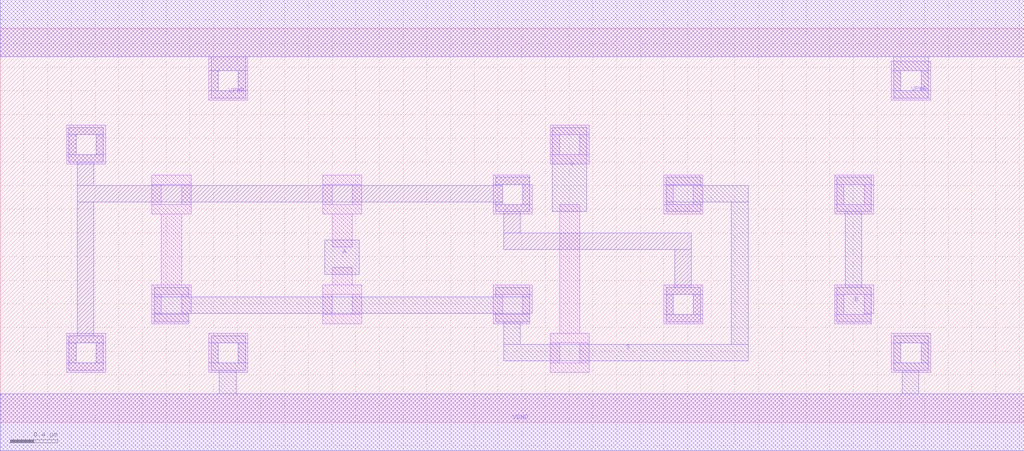
<source format=lef>
VERSION 5.7 ;
  NOWIREEXTENSIONATPIN ON ;
  DIVIDERCHAR "/" ;
  BUSBITCHARS "[]" ;
MACRO MUX2X1
  CLASS CORE ;
  FOREIGN MUX2X1 ;
  ORIGIN 0.000 0.000 ;
  SIZE 8.640 BY 3.330 ;
  SYMMETRY X Y R90 ;
  SITE unit ;
  PIN VPWR
    DIRECTION INOUT ;
    USE POWER ;
    SHAPE ABUTMENT ;
    PORT
      LAYER met1 ;
        RECT 0.000 3.090 8.640 3.570 ;
        RECT 1.780 2.970 2.070 3.090 ;
        RECT 1.780 2.800 1.840 2.970 ;
        RECT 2.010 2.800 2.070 2.970 ;
        RECT 1.780 2.740 2.070 2.800 ;
        RECT 7.540 2.970 7.830 3.090 ;
        RECT 7.540 2.800 7.600 2.970 ;
        RECT 7.770 2.800 7.830 2.970 ;
        RECT 7.540 2.740 7.830 2.800 ;
    END
    PORT
      LAYER li1 ;
        RECT 0.000 3.090 8.640 3.570 ;
        RECT 1.760 2.970 2.090 3.090 ;
        RECT 1.760 2.800 1.840 2.970 ;
        RECT 2.010 2.800 2.090 2.970 ;
        RECT 1.760 2.720 2.090 2.800 ;
    END
  END VPWR
  PIN VGND
    DIRECTION INOUT ;
    USE GROUND ;
    SHAPE ABUTMENT ;
    PORT
      LAYER met1 ;
        RECT 1.780 0.670 2.070 0.730 ;
        RECT 1.780 0.500 1.840 0.670 ;
        RECT 2.010 0.500 2.070 0.670 ;
        RECT 1.780 0.440 2.070 0.500 ;
        RECT 7.540 0.670 7.830 0.730 ;
        RECT 7.540 0.500 7.600 0.670 ;
        RECT 7.770 0.500 7.830 0.670 ;
        RECT 7.540 0.440 7.830 0.500 ;
        RECT 1.850 0.240 1.990 0.440 ;
        RECT 7.610 0.240 7.750 0.440 ;
        RECT 0.000 -0.240 8.640 0.240 ;
    END
    PORT
      LAYER li1 ;
        RECT 0.000 -0.240 8.640 0.240 ;
    END
  END VGND
  PIN Y
    DIRECTION INOUT ;
    USE SIGNAL ;
    SHAPE ABUTMENT ;
    PORT
      LAYER met1 ;
        RECT 4.660 1.780 4.950 2.490 ;
    END
  END Y
  PIN B
    DIRECTION INOUT ;
    USE SIGNAL ;
    SHAPE ABUTMENT ;
    PORT
      LAYER met1 ;
        RECT 7.060 1.780 7.350 2.070 ;
        RECT 7.130 1.140 7.270 1.780 ;
        RECT 7.060 0.850 7.350 1.140 ;
    END
  END B
  PIN S
    DIRECTION INOUT ;
    USE SIGNAL ;
    SHAPE ABUTMENT ;
    PORT
      LAYER met1 ;
        RECT 5.620 2.000 5.910 2.070 ;
        RECT 5.620 1.860 6.310 2.000 ;
        RECT 5.620 1.780 5.910 1.860 ;
        RECT 1.300 1.060 1.590 1.140 ;
        RECT 4.180 1.060 4.470 1.140 ;
        RECT 1.300 0.920 4.470 1.060 ;
        RECT 1.300 0.850 1.590 0.920 ;
        RECT 4.180 0.850 4.470 0.920 ;
        RECT 4.250 0.660 4.390 0.850 ;
        RECT 6.170 0.660 6.310 1.860 ;
        RECT 4.250 0.520 6.310 0.660 ;
    END
  END S
  PIN A
    DIRECTION INOUT ;
    USE SIGNAL ;
    SHAPE ABUTMENT ;
    PORT
      LAYER met1 ;
        RECT 2.740 1.250 3.030 1.540 ;
    END
  END A
  OBS
      LAYER li1 ;
        RECT 7.520 2.970 7.850 3.050 ;
        RECT 7.520 2.800 7.600 2.970 ;
        RECT 7.770 2.800 7.850 2.970 ;
        RECT 7.520 2.720 7.850 2.800 ;
        RECT 0.560 2.430 0.890 2.510 ;
        RECT 0.560 2.260 0.640 2.430 ;
        RECT 0.810 2.260 0.890 2.430 ;
        RECT 0.560 2.180 0.890 2.260 ;
        RECT 4.640 2.430 4.970 2.510 ;
        RECT 4.640 2.260 4.720 2.430 ;
        RECT 4.890 2.260 4.970 2.430 ;
        RECT 4.640 2.180 4.970 2.260 ;
        RECT 1.280 2.010 1.610 2.090 ;
        RECT 1.280 1.840 1.360 2.010 ;
        RECT 1.530 1.840 1.610 2.010 ;
        RECT 1.280 1.760 1.610 1.840 ;
        RECT 2.720 2.010 3.050 2.090 ;
        RECT 2.720 1.840 2.800 2.010 ;
        RECT 2.970 1.840 3.050 2.010 ;
        RECT 2.720 1.760 3.050 1.840 ;
        RECT 4.160 2.010 4.470 2.090 ;
        RECT 5.600 2.010 5.930 2.090 ;
        RECT 4.160 1.840 4.240 2.010 ;
        RECT 4.410 1.840 4.490 2.010 ;
        RECT 5.600 1.840 5.680 2.010 ;
        RECT 5.850 1.840 5.930 2.010 ;
        RECT 4.160 1.760 4.490 1.840 ;
        RECT 1.360 1.160 1.530 1.760 ;
        RECT 2.800 1.480 2.970 1.760 ;
        RECT 2.800 1.160 2.970 1.310 ;
        RECT 1.280 1.080 1.610 1.160 ;
        RECT 1.280 0.910 1.360 1.080 ;
        RECT 1.530 0.920 1.610 1.080 ;
        RECT 2.720 1.080 3.050 1.160 ;
        RECT 1.530 0.910 1.590 0.920 ;
        RECT 1.280 0.830 1.590 0.910 ;
        RECT 2.720 0.910 2.800 1.080 ;
        RECT 2.970 0.910 3.050 1.080 ;
        RECT 2.720 0.830 3.050 0.910 ;
        RECT 4.160 1.080 4.490 1.160 ;
        RECT 4.160 0.910 4.240 1.080 ;
        RECT 4.410 0.920 4.490 1.080 ;
        RECT 4.410 0.910 4.470 0.920 ;
        RECT 4.160 0.830 4.470 0.910 ;
        RECT 4.720 0.750 4.890 1.840 ;
        RECT 5.600 1.760 5.930 1.840 ;
        RECT 7.040 2.010 7.370 2.090 ;
        RECT 7.040 1.840 7.120 2.010 ;
        RECT 7.290 1.840 7.370 2.010 ;
        RECT 7.040 1.760 7.370 1.840 ;
        RECT 5.600 1.080 5.930 1.160 ;
        RECT 5.600 0.910 5.680 1.080 ;
        RECT 5.850 0.910 5.930 1.080 ;
        RECT 5.600 0.830 5.930 0.910 ;
        RECT 7.040 1.080 7.370 1.160 ;
        RECT 7.040 0.910 7.120 1.080 ;
        RECT 7.290 0.920 7.370 1.080 ;
        RECT 7.290 0.910 7.350 0.920 ;
        RECT 7.040 0.830 7.350 0.910 ;
        RECT 0.560 0.670 0.890 0.750 ;
        RECT 0.560 0.500 0.640 0.670 ;
        RECT 0.810 0.500 0.890 0.670 ;
        RECT 0.560 0.420 0.890 0.500 ;
        RECT 1.760 0.670 2.090 0.750 ;
        RECT 1.760 0.500 1.840 0.670 ;
        RECT 2.010 0.500 2.090 0.670 ;
        RECT 1.760 0.420 2.090 0.500 ;
        RECT 4.640 0.670 4.970 0.750 ;
        RECT 4.640 0.500 4.720 0.670 ;
        RECT 4.890 0.500 4.970 0.670 ;
        RECT 4.640 0.420 4.970 0.500 ;
        RECT 7.520 0.670 7.850 0.750 ;
        RECT 7.520 0.500 7.600 0.670 ;
        RECT 7.770 0.500 7.850 0.670 ;
        RECT 7.520 0.420 7.850 0.500 ;
      LAYER met1 ;
        RECT 0.580 2.430 0.870 2.490 ;
        RECT 0.580 2.260 0.640 2.430 ;
        RECT 0.810 2.260 0.870 2.430 ;
        RECT 0.580 2.200 0.870 2.260 ;
        RECT 0.650 2.000 0.790 2.200 ;
        RECT 4.180 2.010 4.470 2.070 ;
        RECT 4.180 2.000 4.240 2.010 ;
        RECT 0.650 1.860 4.240 2.000 ;
        RECT 0.650 0.730 0.790 1.860 ;
        RECT 4.180 1.840 4.240 1.860 ;
        RECT 4.410 1.840 4.470 2.010 ;
        RECT 4.180 1.780 4.470 1.840 ;
        RECT 4.250 1.600 4.390 1.780 ;
        RECT 4.250 1.460 5.830 1.600 ;
        RECT 5.690 1.140 5.830 1.460 ;
        RECT 5.620 1.080 5.910 1.140 ;
        RECT 5.620 0.910 5.680 1.080 ;
        RECT 5.850 0.910 5.910 1.080 ;
        RECT 5.620 0.850 5.910 0.910 ;
        RECT 0.580 0.670 0.870 0.730 ;
        RECT 0.580 0.500 0.640 0.670 ;
        RECT 0.810 0.500 0.870 0.670 ;
        RECT 0.580 0.440 0.870 0.500 ;
  END
END MUX2X1
END LIBRARY


</source>
